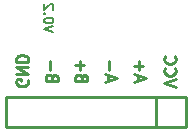
<source format=gbo>
%FSLAX34Y34*%
G04 Gerber Fmt 3.4, Leading zero omitted, Abs format*
G04 (created by PCBNEW (2014-03-19 BZR 4756)-product) date Wed 11 Jun 2014 22:21:39 BST*
%MOIN*%
G01*
G70*
G90*
G04 APERTURE LIST*
%ADD10C,0.005906*%
%ADD11C,0.007874*%
%ADD12C,0.009843*%
%ADD13C,0.010000*%
G04 APERTURE END LIST*
G54D10*
G54D11*
X54483Y-57960D02*
X54168Y-57855D01*
X54483Y-57750D01*
X54483Y-57585D02*
X54483Y-57555D01*
X54468Y-57525D01*
X54453Y-57510D01*
X54423Y-57495D01*
X54363Y-57480D01*
X54288Y-57480D01*
X54228Y-57495D01*
X54198Y-57510D01*
X54183Y-57525D01*
X54168Y-57555D01*
X54168Y-57585D01*
X54183Y-57615D01*
X54198Y-57630D01*
X54228Y-57645D01*
X54288Y-57660D01*
X54363Y-57660D01*
X54423Y-57645D01*
X54453Y-57630D01*
X54468Y-57615D01*
X54483Y-57585D01*
X54198Y-57345D02*
X54183Y-57330D01*
X54168Y-57345D01*
X54183Y-57360D01*
X54198Y-57345D01*
X54168Y-57345D01*
X54453Y-57210D02*
X54468Y-57195D01*
X54483Y-57165D01*
X54483Y-57090D01*
X54468Y-57060D01*
X54453Y-57045D01*
X54423Y-57030D01*
X54393Y-57030D01*
X54348Y-57045D01*
X54168Y-57225D01*
X54168Y-57030D01*
G54D12*
X53622Y-59542D02*
X53640Y-59580D01*
X53640Y-59636D01*
X53622Y-59692D01*
X53584Y-59730D01*
X53547Y-59748D01*
X53472Y-59767D01*
X53415Y-59767D01*
X53340Y-59748D01*
X53303Y-59730D01*
X53265Y-59692D01*
X53247Y-59636D01*
X53247Y-59598D01*
X53265Y-59542D01*
X53284Y-59523D01*
X53415Y-59523D01*
X53415Y-59598D01*
X53247Y-59355D02*
X53640Y-59355D01*
X53247Y-59130D01*
X53640Y-59130D01*
X53247Y-58942D02*
X53640Y-58942D01*
X53640Y-58848D01*
X53622Y-58792D01*
X53584Y-58755D01*
X53547Y-58736D01*
X53472Y-58717D01*
X53415Y-58717D01*
X53340Y-58736D01*
X53303Y-58755D01*
X53265Y-58792D01*
X53247Y-58848D01*
X53247Y-58942D01*
X54437Y-59467D02*
X54418Y-59411D01*
X54400Y-59392D01*
X54362Y-59373D01*
X54306Y-59373D01*
X54268Y-59392D01*
X54250Y-59411D01*
X54231Y-59448D01*
X54231Y-59598D01*
X54625Y-59598D01*
X54625Y-59467D01*
X54606Y-59430D01*
X54587Y-59411D01*
X54550Y-59392D01*
X54512Y-59392D01*
X54475Y-59411D01*
X54456Y-59430D01*
X54437Y-59467D01*
X54437Y-59598D01*
X54381Y-59205D02*
X54381Y-58905D01*
X55421Y-59467D02*
X55403Y-59411D01*
X55384Y-59392D01*
X55346Y-59373D01*
X55290Y-59373D01*
X55253Y-59392D01*
X55234Y-59411D01*
X55215Y-59448D01*
X55215Y-59598D01*
X55609Y-59598D01*
X55609Y-59467D01*
X55590Y-59430D01*
X55571Y-59411D01*
X55534Y-59392D01*
X55496Y-59392D01*
X55459Y-59411D01*
X55440Y-59430D01*
X55421Y-59467D01*
X55421Y-59598D01*
X55365Y-59205D02*
X55365Y-58905D01*
X55215Y-59055D02*
X55515Y-59055D01*
X56312Y-59589D02*
X56312Y-59401D01*
X56199Y-59626D02*
X56593Y-59495D01*
X56199Y-59364D01*
X56349Y-59233D02*
X56349Y-58933D01*
X57296Y-59589D02*
X57296Y-59401D01*
X57184Y-59626D02*
X57577Y-59495D01*
X57184Y-59364D01*
X57334Y-59233D02*
X57334Y-58933D01*
X57184Y-59083D02*
X57484Y-59083D01*
X58562Y-59776D02*
X58168Y-59645D01*
X58562Y-59514D01*
X58205Y-59158D02*
X58187Y-59176D01*
X58168Y-59233D01*
X58168Y-59270D01*
X58187Y-59326D01*
X58224Y-59364D01*
X58262Y-59383D01*
X58337Y-59401D01*
X58393Y-59401D01*
X58468Y-59383D01*
X58505Y-59364D01*
X58543Y-59326D01*
X58562Y-59270D01*
X58562Y-59233D01*
X58543Y-59176D01*
X58524Y-59158D01*
X58205Y-58764D02*
X58187Y-58783D01*
X58168Y-58839D01*
X58168Y-58877D01*
X58187Y-58933D01*
X58224Y-58970D01*
X58262Y-58989D01*
X58337Y-59008D01*
X58393Y-59008D01*
X58468Y-58989D01*
X58505Y-58970D01*
X58543Y-58933D01*
X58562Y-58877D01*
X58562Y-58839D01*
X58543Y-58783D01*
X58524Y-58764D01*
G54D13*
X57905Y-60129D02*
X52905Y-60129D01*
X52905Y-60129D02*
X52905Y-61129D01*
X52905Y-61129D02*
X57905Y-61129D01*
X58905Y-60129D02*
X57905Y-60129D01*
X57905Y-60129D02*
X57905Y-61129D01*
X58905Y-60129D02*
X58905Y-61129D01*
X58905Y-61129D02*
X57905Y-61129D01*
M02*

</source>
